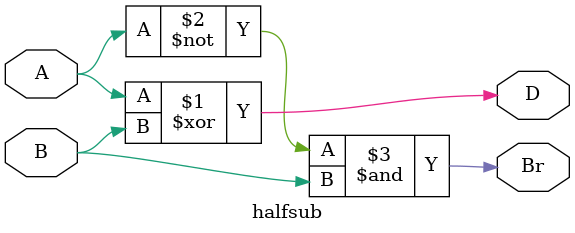
<source format=v>
module halfsub(D,Br,A,B);
  input A,B;
  output D,Br;
  xor(D,A,B);
  and(Br,~A,B);
endmodule

</source>
